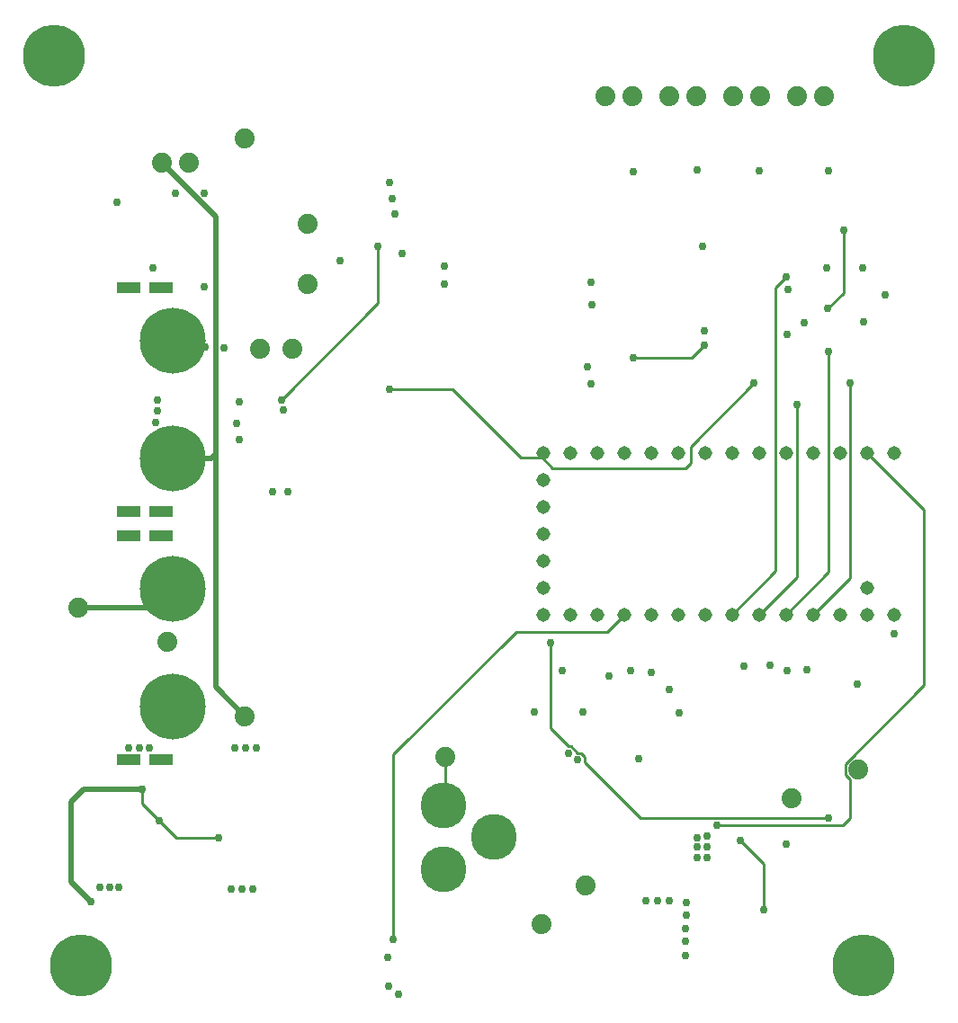
<source format=gbr>
G04 EAGLE Gerber RS-274X export*
G75*
%MOMM*%
%FSLAX34Y34*%
%LPD*%
%INBottom Copper*%
%IPPOS*%
%AMOC8*
5,1,8,0,0,1.08239X$1,22.5*%
G01*
%ADD10C,4.318000*%
%ADD11C,1.879600*%
%ADD12C,1.308000*%
%ADD13C,5.842000*%
%ADD14C,6.200000*%
%ADD15R,2.200000X1.000000*%
%ADD16C,0.756400*%
%ADD17C,0.254000*%
%ADD18C,0.508000*%


D10*
X417800Y192200D03*
X417800Y132200D03*
X464800Y162200D03*
D11*
X807900Y226100D03*
X744800Y199100D03*
X551700Y117100D03*
X73600Y378100D03*
X230500Y276100D03*
X157400Y346100D03*
X177700Y797300D03*
X152300Y797300D03*
D12*
X841600Y524300D03*
X816200Y524300D03*
X790800Y524300D03*
X765400Y524300D03*
X740000Y524300D03*
X714600Y524300D03*
X689200Y524300D03*
X663800Y524300D03*
X638400Y524300D03*
X613000Y524300D03*
X587600Y524300D03*
X562200Y524300D03*
X536800Y524300D03*
X511400Y524300D03*
X511400Y498900D03*
X511400Y473500D03*
X511400Y448100D03*
X511400Y397300D03*
X511400Y371900D03*
X536800Y371900D03*
X562200Y371900D03*
X587600Y371900D03*
X613000Y371900D03*
X638400Y371900D03*
X663800Y371900D03*
X689200Y371900D03*
X714600Y371900D03*
X740000Y371900D03*
X765400Y371900D03*
X790800Y371900D03*
X816200Y371900D03*
X841600Y371900D03*
X816200Y397300D03*
X511400Y422700D03*
D13*
X50800Y898600D03*
X812800Y41300D03*
X850900Y898600D03*
X76200Y41300D03*
D11*
X290000Y740000D03*
X230000Y820000D03*
X290000Y683000D03*
X510000Y80000D03*
X419000Y238000D03*
X570000Y860000D03*
X595400Y860000D03*
X630000Y860000D03*
X655400Y860000D03*
X690000Y860000D03*
X715400Y860000D03*
X750000Y860000D03*
X775400Y860000D03*
D14*
X163000Y519000D03*
X163000Y630000D03*
D15*
X152000Y469000D03*
X152000Y680000D03*
X121000Y469000D03*
X121000Y680000D03*
D14*
X163000Y285000D03*
X163000Y396000D03*
D15*
X152000Y235000D03*
X152000Y446000D03*
X121000Y235000D03*
X121000Y446000D03*
D11*
X245000Y622000D03*
X275000Y622000D03*
D16*
X367000Y584000D03*
D17*
X490000Y520000D02*
X507100Y520000D01*
X508550Y521450D01*
X511400Y524300D01*
D16*
X710000Y590000D03*
D17*
X650000Y530000D01*
X650000Y515000D01*
X645000Y510000D01*
X520000Y510000D01*
X508550Y521450D01*
X426000Y584000D02*
X367000Y584000D01*
X426000Y584000D02*
X490000Y520000D01*
D16*
X356000Y719000D03*
X265000Y574000D03*
D17*
X356000Y665000D02*
X356000Y719000D01*
X356000Y665000D02*
X265000Y574000D01*
D16*
X596000Y614000D03*
D17*
X651000Y614000D01*
X663000Y626000D01*
D16*
X663000Y626000D03*
D18*
X163000Y396000D02*
X145100Y378100D01*
X73600Y378100D01*
D16*
X165000Y769000D03*
X144000Y698000D03*
X192000Y769000D03*
X192000Y681000D03*
X94000Y115000D03*
X103000Y115000D03*
X112000Y115000D03*
X218000Y113000D03*
X228000Y113000D03*
X238000Y113000D03*
X221000Y246000D03*
X231000Y246000D03*
X241000Y246000D03*
X141000Y246000D03*
X131000Y246000D03*
X121000Y246000D03*
X166000Y302000D03*
X320000Y704794D03*
X148000Y622000D03*
X149000Y631000D03*
X147000Y292000D03*
D18*
X157000Y302000D02*
X166000Y302000D01*
X157000Y302000D02*
X147000Y292000D01*
X154000Y285000D01*
X163000Y285000D01*
X148000Y622000D02*
X149000Y623000D01*
X149000Y631000D01*
X150000Y630000D01*
X163000Y630000D01*
D16*
X180000Y640000D03*
X110000Y760000D03*
X211000Y623000D03*
X193000Y624000D03*
X177000Y624000D03*
X148000Y574000D03*
X148000Y564000D03*
X147000Y553000D03*
X225000Y572624D03*
X225000Y537000D03*
X223000Y552000D03*
X266612Y564912D03*
X271000Y488000D03*
X257000Y488000D03*
X842000Y354000D03*
X556000Y589000D03*
X557000Y664000D03*
X666000Y163000D03*
X656000Y162000D03*
X656000Y153000D03*
X666000Y153000D03*
X666000Y143000D03*
X656000Y143000D03*
X646000Y101000D03*
X646000Y89000D03*
X645000Y76000D03*
X645000Y64000D03*
X645000Y51000D03*
X608000Y102000D03*
X619000Y102000D03*
X630000Y102000D03*
X503000Y280000D03*
X372000Y749000D03*
X369000Y764000D03*
X418000Y700000D03*
X418000Y683000D03*
X379000Y712000D03*
X663000Y639000D03*
X661000Y719000D03*
X529000Y319000D03*
X639000Y279000D03*
X535000Y241000D03*
X365000Y49000D03*
X740000Y156000D03*
X741000Y636000D03*
X812000Y698000D03*
X778000Y698000D03*
X757000Y647000D03*
X813000Y648000D03*
X833000Y673000D03*
X613000Y317000D03*
X741000Y319000D03*
X700000Y323576D03*
X725000Y324000D03*
X760000Y320000D03*
X549000Y280000D03*
X573000Y314000D03*
X594000Y319000D03*
X366000Y22000D03*
X601000Y236000D03*
X807000Y306000D03*
X553000Y605000D03*
X556000Y685000D03*
X367000Y779088D03*
X780000Y790000D03*
X715000Y790000D03*
X656000Y791000D03*
X596000Y789000D03*
X630000Y301000D03*
X544000Y235000D03*
X742000Y678000D03*
X375000Y13942D03*
D17*
X419000Y193400D02*
X419000Y238000D01*
X419000Y193400D02*
X417800Y192200D01*
D16*
X674751Y173424D03*
D17*
X793424Y173424D01*
X800000Y180000D01*
X870000Y470500D02*
X816200Y524300D01*
X800000Y216758D02*
X800000Y180000D01*
X800000Y216758D02*
X795708Y221050D01*
X795708Y231150D01*
X870000Y305442D01*
X870000Y470500D01*
D18*
X133829Y207664D02*
X79217Y207664D01*
D16*
X133829Y207664D03*
X86000Y101274D03*
D18*
X67000Y120274D02*
X67000Y195447D01*
X67000Y120274D02*
X86000Y101274D01*
X67000Y195447D02*
X79217Y207664D01*
D16*
X205944Y161702D03*
D17*
X165789Y161702D01*
X149965Y177526D01*
D16*
X149965Y177526D03*
D17*
X133829Y193662D01*
X133829Y207664D01*
D16*
X370000Y66000D03*
D17*
X370000Y240000D01*
X571600Y355900D02*
X587600Y371900D01*
X571600Y355900D02*
X485900Y355900D01*
X370000Y240000D01*
D18*
X203000Y746600D02*
X152300Y797300D01*
X203000Y303600D02*
X230500Y276100D01*
X203000Y523000D02*
X203000Y746600D01*
X203000Y523000D02*
X203000Y303600D01*
X199000Y519000D02*
X163000Y519000D01*
X199000Y519000D02*
X203000Y523000D01*
D16*
X697000Y159256D03*
D17*
X719000Y137256D01*
X719000Y94000D01*
D16*
X719000Y94000D03*
X518000Y345000D03*
D17*
X603000Y180000D02*
X780000Y180000D01*
D16*
X780000Y180000D03*
D17*
X518000Y265000D02*
X518000Y345000D01*
X518000Y265000D02*
X535424Y247576D01*
X537724Y247576D01*
X546724Y241576D02*
X550576Y237724D01*
X550576Y232424D01*
X603000Y180000D01*
X546724Y241576D02*
X543724Y241576D01*
X537724Y247576D01*
X714600Y371900D02*
X750000Y407300D01*
X750000Y570000D01*
D16*
X750000Y570000D03*
X794000Y734000D03*
D17*
X794000Y675000D01*
X779000Y660000D01*
D16*
X779000Y660000D03*
D17*
X780000Y411900D02*
X740000Y371900D01*
X780000Y411900D02*
X780000Y620000D01*
D16*
X780000Y620000D03*
X800000Y590000D03*
D17*
X800000Y528300D02*
X800134Y528166D01*
X800000Y528300D02*
X800000Y590000D01*
X800134Y406634D02*
X765400Y371900D01*
X800134Y406634D02*
X800134Y528166D01*
X730000Y412700D02*
X689200Y371900D01*
X730000Y412700D02*
X730000Y680000D01*
X740000Y690000D01*
D16*
X740000Y690000D03*
M02*

</source>
